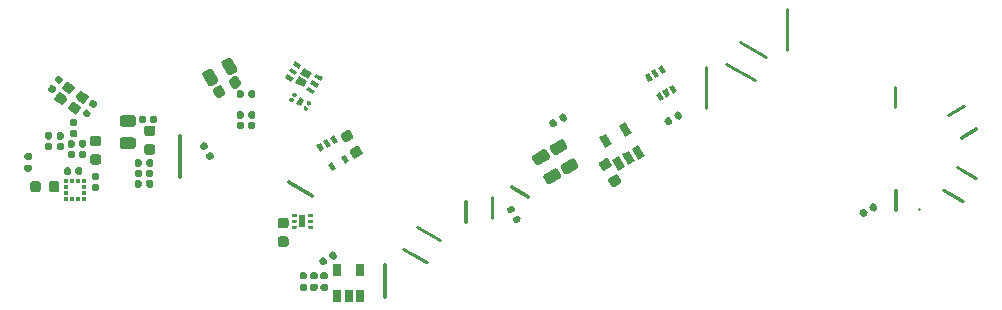
<source format=gbr>
G04 #@! TF.GenerationSoftware,KiCad,Pcbnew,(5.1.10)-1*
G04 #@! TF.CreationDate,2021-06-26T09:27:45-04:00*
G04 #@! TF.ProjectId,Main,4d61696e-2e6b-4696-9361-645f70636258,5*
G04 #@! TF.SameCoordinates,Original*
G04 #@! TF.FileFunction,Paste,Top*
G04 #@! TF.FilePolarity,Positive*
%FSLAX46Y46*%
G04 Gerber Fmt 4.6, Leading zero omitted, Abs format (unit mm)*
G04 Created by KiCad (PCBNEW (5.1.10)-1) date 2021-06-26 09:27:45*
%MOMM*%
%LPD*%
G01*
G04 APERTURE LIST*
%ADD10C,0.100000*%
%ADD11R,0.600000X1.100000*%
%ADD12R,0.375000X0.350000*%
%ADD13R,0.350000X0.375000*%
%ADD14R,0.650000X1.060000*%
%ADD15C,0.254000*%
G04 APERTURE END LIST*
D10*
G36*
X112037722Y-99589908D02*
G01*
X112031671Y-99582198D01*
X112027240Y-99573454D01*
X112024601Y-99564015D01*
X112023852Y-99554243D01*
X112025026Y-99544511D01*
X112028075Y-99535196D01*
X112032883Y-99526654D01*
X112434386Y-98953247D01*
X112440769Y-98945808D01*
X112448479Y-98939757D01*
X112457223Y-98935326D01*
X112466662Y-98932686D01*
X112476434Y-98931938D01*
X112486166Y-98933111D01*
X112495481Y-98936161D01*
X112504023Y-98940969D01*
X113036472Y-99313793D01*
X113043911Y-99320176D01*
X113049962Y-99327886D01*
X113054393Y-99336630D01*
X113057033Y-99346069D01*
X113093869Y-99554978D01*
X113094617Y-99564750D01*
X113093444Y-99574482D01*
X113090395Y-99583797D01*
X113085587Y-99592339D01*
X112770120Y-100042873D01*
X112763737Y-100050312D01*
X112756027Y-100056363D01*
X112747283Y-100060794D01*
X112737844Y-100063434D01*
X112728072Y-100064182D01*
X112718340Y-100063009D01*
X112709025Y-100059959D01*
X112700483Y-100055151D01*
X112045162Y-99596290D01*
X112037722Y-99589908D01*
G37*
G36*
X113938341Y-99577884D02*
G01*
X113932290Y-99570174D01*
X113927859Y-99561430D01*
X113925219Y-99551991D01*
X113888383Y-99343082D01*
X113887635Y-99333310D01*
X113888808Y-99323578D01*
X113891857Y-99314263D01*
X113896665Y-99305721D01*
X114212132Y-98855187D01*
X114218515Y-98847748D01*
X114226225Y-98841697D01*
X114234969Y-98837266D01*
X114244408Y-98834626D01*
X114254180Y-98833878D01*
X114263912Y-98835051D01*
X114273227Y-98838101D01*
X114281769Y-98842909D01*
X114937090Y-99301770D01*
X114944530Y-99308152D01*
X114950581Y-99315862D01*
X114955012Y-99324606D01*
X114957651Y-99334045D01*
X114958400Y-99343817D01*
X114957226Y-99353549D01*
X114954177Y-99362864D01*
X114949369Y-99371406D01*
X114547866Y-99944813D01*
X114541483Y-99952252D01*
X114533773Y-99958303D01*
X114525029Y-99962734D01*
X114515590Y-99965374D01*
X114505818Y-99966122D01*
X114496086Y-99964949D01*
X114486771Y-99961899D01*
X114478229Y-99957091D01*
X113945780Y-99584267D01*
X113938341Y-99577884D01*
G37*
G36*
G01*
X113796821Y-98576591D02*
X113406789Y-99133615D01*
G75*
G02*
X113323225Y-99148349I-49149J34415D01*
G01*
X112684287Y-98700959D01*
G75*
G02*
X112669553Y-98617395I34415J49149D01*
G01*
X113059585Y-98060371D01*
G75*
G02*
X113143149Y-98045637I49149J-34415D01*
G01*
X113782087Y-98493027D01*
G75*
G02*
X113796821Y-98576591I-34415J-49149D01*
G01*
G37*
G36*
G01*
X114312699Y-100280665D02*
X113922667Y-100837689D01*
G75*
G02*
X113839103Y-100852423I-49149J34415D01*
G01*
X113200165Y-100405033D01*
G75*
G02*
X113185431Y-100321469I34415J49149D01*
G01*
X113575463Y-99764445D01*
G75*
G02*
X113659027Y-99749711I49149J-34415D01*
G01*
X114297965Y-100197101D01*
G75*
G02*
X114312699Y-100280665I-34415J-49149D01*
G01*
G37*
G36*
X132883205Y-100119808D02*
G01*
X132536795Y-99919808D01*
X132836795Y-99400192D01*
X133183205Y-99600192D01*
X132883205Y-100119808D01*
G37*
G36*
G01*
X132412035Y-99385898D02*
X132195529Y-99260898D01*
G75*
G02*
X132168077Y-99158446I37500J64952D01*
G01*
X132243077Y-99028542D01*
G75*
G02*
X132345529Y-99001090I64952J-37500D01*
G01*
X132562035Y-99126090D01*
G75*
G02*
X132589487Y-99228542I-37500J-64952D01*
G01*
X132514487Y-99358446D01*
G75*
G02*
X132412035Y-99385898I-64952J37500D01*
G01*
G37*
G36*
G01*
X133624471Y-100085898D02*
X133407965Y-99960898D01*
G75*
G02*
X133380513Y-99858446I37500J64952D01*
G01*
X133455513Y-99728542D01*
G75*
G02*
X133557965Y-99701090I64952J-37500D01*
G01*
X133774471Y-99826090D01*
G75*
G02*
X133801923Y-99928542I-37500J-64952D01*
G01*
X133726923Y-100058446D01*
G75*
G02*
X133624471Y-100085898I-64952J37500D01*
G01*
G37*
G36*
G01*
X133374471Y-100518910D02*
X133157965Y-100393910D01*
G75*
G02*
X133130513Y-100291458I37500J64952D01*
G01*
X133205513Y-100161554D01*
G75*
G02*
X133307965Y-100134102I64952J-37500D01*
G01*
X133524471Y-100259102D01*
G75*
G02*
X133551923Y-100361554I-37500J-64952D01*
G01*
X133476923Y-100491458D01*
G75*
G02*
X133374471Y-100518910I-64952J37500D01*
G01*
G37*
G36*
G01*
X132162035Y-99818910D02*
X131945529Y-99693910D01*
G75*
G02*
X131918077Y-99591458I37500J64952D01*
G01*
X131993077Y-99461554D01*
G75*
G02*
X132095529Y-99434102I64952J-37500D01*
G01*
X132312035Y-99559102D01*
G75*
G02*
X132339487Y-99661554I-37500J-64952D01*
G01*
X132264487Y-99791458D01*
G75*
G02*
X132162035Y-99818910I-64952J37500D01*
G01*
G37*
G36*
X136312212Y-104436266D02*
G01*
X136658622Y-104236266D01*
X136983622Y-104799182D01*
X136637212Y-104999182D01*
X136312212Y-104436266D01*
G37*
G36*
X135186378Y-105086266D02*
G01*
X135532788Y-104886266D01*
X135857788Y-105449182D01*
X135511378Y-105649182D01*
X135186378Y-105086266D01*
G37*
G36*
X134799295Y-103115818D02*
G01*
X135145705Y-102915818D01*
X135470705Y-103478734D01*
X135124295Y-103678734D01*
X134799295Y-103115818D01*
G37*
G36*
X134236378Y-103440818D02*
G01*
X134582788Y-103240818D01*
X134907788Y-103803734D01*
X134561378Y-104003734D01*
X134236378Y-103440818D01*
G37*
G36*
X135362212Y-102790818D02*
G01*
X135708622Y-102590818D01*
X136033622Y-103153734D01*
X135687212Y-103353734D01*
X135362212Y-102790818D01*
G37*
D11*
X133050000Y-109890000D03*
G36*
G01*
X132550000Y-110302500D02*
X132550000Y-110477500D01*
G75*
G02*
X132512500Y-110515000I-37500J0D01*
G01*
X132187500Y-110515000D01*
G75*
G02*
X132150000Y-110477500I0J37500D01*
G01*
X132150000Y-110302500D01*
G75*
G02*
X132187500Y-110265000I37500J0D01*
G01*
X132512500Y-110265000D01*
G75*
G02*
X132550000Y-110302500I0J-37500D01*
G01*
G37*
G36*
G01*
X132550000Y-109802500D02*
X132550000Y-109977500D01*
G75*
G02*
X132512500Y-110015000I-37500J0D01*
G01*
X132187500Y-110015000D01*
G75*
G02*
X132150000Y-109977500I0J37500D01*
G01*
X132150000Y-109802500D01*
G75*
G02*
X132187500Y-109765000I37500J0D01*
G01*
X132512500Y-109765000D01*
G75*
G02*
X132550000Y-109802500I0J-37500D01*
G01*
G37*
G36*
G01*
X132550000Y-109302500D02*
X132550000Y-109477500D01*
G75*
G02*
X132512500Y-109515000I-37500J0D01*
G01*
X132187500Y-109515000D01*
G75*
G02*
X132150000Y-109477500I0J37500D01*
G01*
X132150000Y-109302500D01*
G75*
G02*
X132187500Y-109265000I37500J0D01*
G01*
X132512500Y-109265000D01*
G75*
G02*
X132550000Y-109302500I0J-37500D01*
G01*
G37*
G36*
G01*
X133950000Y-109302500D02*
X133950000Y-109477500D01*
G75*
G02*
X133912500Y-109515000I-37500J0D01*
G01*
X133587500Y-109515000D01*
G75*
G02*
X133550000Y-109477500I0J37500D01*
G01*
X133550000Y-109302500D01*
G75*
G02*
X133587500Y-109265000I37500J0D01*
G01*
X133912500Y-109265000D01*
G75*
G02*
X133950000Y-109302500I0J-37500D01*
G01*
G37*
G36*
G01*
X133950000Y-109802500D02*
X133950000Y-109977500D01*
G75*
G02*
X133912500Y-110015000I-37500J0D01*
G01*
X133587500Y-110015000D01*
G75*
G02*
X133550000Y-109977500I0J37500D01*
G01*
X133550000Y-109802500D01*
G75*
G02*
X133587500Y-109765000I37500J0D01*
G01*
X133912500Y-109765000D01*
G75*
G02*
X133950000Y-109802500I0J-37500D01*
G01*
G37*
G36*
G01*
X133950000Y-110302500D02*
X133950000Y-110477500D01*
G75*
G02*
X133912500Y-110515000I-37500J0D01*
G01*
X133587500Y-110515000D01*
G75*
G02*
X133550000Y-110477500I0J37500D01*
G01*
X133550000Y-110302500D01*
G75*
G02*
X133587500Y-110265000I37500J0D01*
G01*
X133912500Y-110265000D01*
G75*
G02*
X133950000Y-110302500I0J-37500D01*
G01*
G37*
D10*
G36*
X159263734Y-103378865D02*
G01*
X158700818Y-103703865D01*
X158170818Y-102785879D01*
X158733734Y-102460879D01*
X159263734Y-103378865D01*
G37*
G36*
X160909182Y-102428865D02*
G01*
X160346266Y-102753865D01*
X159816266Y-101835879D01*
X160379182Y-101510879D01*
X160909182Y-102428865D01*
G37*
G36*
X162009182Y-104334121D02*
G01*
X161446266Y-104659121D01*
X160916266Y-103741135D01*
X161479182Y-103416135D01*
X162009182Y-104334121D01*
G37*
G36*
X161186458Y-104809121D02*
G01*
X160623542Y-105134121D01*
X160093542Y-104216135D01*
X160656458Y-103891135D01*
X161186458Y-104809121D01*
G37*
G36*
X160363734Y-105284121D02*
G01*
X159800818Y-105609121D01*
X159270818Y-104691135D01*
X159833734Y-104366135D01*
X160363734Y-105284121D01*
G37*
G36*
G01*
X119830000Y-105122500D02*
X119830000Y-104777500D01*
G75*
G02*
X119977500Y-104630000I147500J0D01*
G01*
X120272500Y-104630000D01*
G75*
G02*
X120420000Y-104777500I0J-147500D01*
G01*
X120420000Y-105122500D01*
G75*
G02*
X120272500Y-105270000I-147500J0D01*
G01*
X119977500Y-105270000D01*
G75*
G02*
X119830000Y-105122500I0J147500D01*
G01*
G37*
G36*
G01*
X118860000Y-105122500D02*
X118860000Y-104777500D01*
G75*
G02*
X119007500Y-104630000I147500J0D01*
G01*
X119302500Y-104630000D01*
G75*
G02*
X119450000Y-104777500I0J-147500D01*
G01*
X119450000Y-105122500D01*
G75*
G02*
X119302500Y-105270000I-147500J0D01*
G01*
X119007500Y-105270000D01*
G75*
G02*
X118860000Y-105122500I0J147500D01*
G01*
G37*
G36*
G01*
X120410000Y-106537500D02*
X120410000Y-106882500D01*
G75*
G02*
X120262500Y-107030000I-147500J0D01*
G01*
X119967500Y-107030000D01*
G75*
G02*
X119820000Y-106882500I0J147500D01*
G01*
X119820000Y-106537500D01*
G75*
G02*
X119967500Y-106390000I147500J0D01*
G01*
X120262500Y-106390000D01*
G75*
G02*
X120410000Y-106537500I0J-147500D01*
G01*
G37*
G36*
G01*
X119440000Y-106537500D02*
X119440000Y-106882500D01*
G75*
G02*
X119292500Y-107030000I-147500J0D01*
G01*
X118997500Y-107030000D01*
G75*
G02*
X118850000Y-106882500I0J147500D01*
G01*
X118850000Y-106537500D01*
G75*
G02*
X118997500Y-106390000I147500J0D01*
G01*
X119292500Y-106390000D01*
G75*
G02*
X119440000Y-106537500I0J-147500D01*
G01*
G37*
G36*
G01*
X119830000Y-106002500D02*
X119830000Y-105657500D01*
G75*
G02*
X119977500Y-105510000I147500J0D01*
G01*
X120272500Y-105510000D01*
G75*
G02*
X120420000Y-105657500I0J-147500D01*
G01*
X120420000Y-106002500D01*
G75*
G02*
X120272500Y-106150000I-147500J0D01*
G01*
X119977500Y-106150000D01*
G75*
G02*
X119830000Y-106002500I0J147500D01*
G01*
G37*
G36*
G01*
X118860000Y-106002500D02*
X118860000Y-105657500D01*
G75*
G02*
X119007500Y-105510000I147500J0D01*
G01*
X119302500Y-105510000D01*
G75*
G02*
X119450000Y-105657500I0J-147500D01*
G01*
X119450000Y-106002500D01*
G75*
G02*
X119302500Y-106150000I-147500J0D01*
G01*
X119007500Y-106150000D01*
G75*
G02*
X118860000Y-106002500I0J147500D01*
G01*
G37*
G36*
G01*
X150412776Y-108736820D02*
X150707224Y-108566820D01*
G75*
G02*
X150898468Y-108618064I70000J-121244D01*
G01*
X151038468Y-108860552D01*
G75*
G02*
X150987224Y-109051796I-121244J-70000D01*
G01*
X150692776Y-109221796D01*
G75*
G02*
X150501532Y-109170552I-70000J121244D01*
G01*
X150361532Y-108928064D01*
G75*
G02*
X150412776Y-108736820I121244J70000D01*
G01*
G37*
G36*
G01*
X150892776Y-109568204D02*
X151187224Y-109398204D01*
G75*
G02*
X151378468Y-109449448I70000J-121244D01*
G01*
X151518468Y-109691936D01*
G75*
G02*
X151467224Y-109883180I-121244J-70000D01*
G01*
X151172776Y-110053180D01*
G75*
G02*
X150981532Y-110001936I-70000J121244D01*
G01*
X150841532Y-109759448D01*
G75*
G02*
X150892776Y-109568204I121244J70000D01*
G01*
G37*
G36*
G01*
X155289250Y-100800611D02*
X155461750Y-101099389D01*
G75*
G02*
X155407761Y-101300878I-127739J-73750D01*
G01*
X155152283Y-101448378D01*
G75*
G02*
X154950794Y-101394389I-73750J127739D01*
G01*
X154778294Y-101095611D01*
G75*
G02*
X154832283Y-100894122I127739J73750D01*
G01*
X155087761Y-100746622D01*
G75*
G02*
X155289250Y-100800611I73750J-127739D01*
G01*
G37*
G36*
G01*
X154449206Y-101285611D02*
X154621706Y-101584389D01*
G75*
G02*
X154567717Y-101785878I-127739J-73750D01*
G01*
X154312239Y-101933378D01*
G75*
G02*
X154110750Y-101879389I-73750J127739D01*
G01*
X153938250Y-101580611D01*
G75*
G02*
X153992239Y-101379122I127739J73750D01*
G01*
X154247717Y-101231622D01*
G75*
G02*
X154449206Y-101285611I73750J-127739D01*
G01*
G37*
G36*
G01*
X155021126Y-105045937D02*
X155811374Y-104589687D01*
G75*
G02*
X156144343Y-104678906I121875J-211094D01*
G01*
X156388093Y-105101094D01*
G75*
G02*
X156298874Y-105434063I-211094J-121875D01*
G01*
X155508626Y-105890313D01*
G75*
G02*
X155175657Y-105801094I-121875J211094D01*
G01*
X154931907Y-105378906D01*
G75*
G02*
X155021126Y-105045937I211094J121875D01*
G01*
G37*
G36*
G01*
X154083626Y-103422139D02*
X154873874Y-102965889D01*
G75*
G02*
X155206843Y-103055108I121875J-211094D01*
G01*
X155450593Y-103477296D01*
G75*
G02*
X155361374Y-103810265I-211094J-121875D01*
G01*
X154571126Y-104266515D01*
G75*
G02*
X154238157Y-104177296I-121875J211094D01*
G01*
X153994407Y-103755108D01*
G75*
G02*
X154083626Y-103422139I211094J121875D01*
G01*
G37*
G36*
G01*
X133837595Y-114210027D02*
X134182595Y-114210027D01*
G75*
G02*
X134330095Y-114357527I0J-147500D01*
G01*
X134330095Y-114652527D01*
G75*
G02*
X134182595Y-114800027I-147500J0D01*
G01*
X133837595Y-114800027D01*
G75*
G02*
X133690095Y-114652527I0J147500D01*
G01*
X133690095Y-114357527D01*
G75*
G02*
X133837595Y-114210027I147500J0D01*
G01*
G37*
G36*
G01*
X133837595Y-115180027D02*
X134182595Y-115180027D01*
G75*
G02*
X134330095Y-115327527I0J-147500D01*
G01*
X134330095Y-115622527D01*
G75*
G02*
X134182595Y-115770027I-147500J0D01*
G01*
X133837595Y-115770027D01*
G75*
G02*
X133690095Y-115622527I0J147500D01*
G01*
X133690095Y-115327527D01*
G75*
G02*
X133837595Y-115180027I147500J0D01*
G01*
G37*
G36*
G01*
X134717500Y-115180000D02*
X135062500Y-115180000D01*
G75*
G02*
X135210000Y-115327500I0J-147500D01*
G01*
X135210000Y-115622500D01*
G75*
G02*
X135062500Y-115770000I-147500J0D01*
G01*
X134717500Y-115770000D01*
G75*
G02*
X134570000Y-115622500I0J147500D01*
G01*
X134570000Y-115327500D01*
G75*
G02*
X134717500Y-115180000I147500J0D01*
G01*
G37*
G36*
G01*
X134717500Y-114210000D02*
X135062500Y-114210000D01*
G75*
G02*
X135210000Y-114357500I0J-147500D01*
G01*
X135210000Y-114652500D01*
G75*
G02*
X135062500Y-114800000I-147500J0D01*
G01*
X134717500Y-114800000D01*
G75*
G02*
X134570000Y-114652500I0J147500D01*
G01*
X134570000Y-114357500D01*
G75*
G02*
X134717500Y-114210000I147500J0D01*
G01*
G37*
G36*
G01*
X119863750Y-103370000D02*
X120376250Y-103370000D01*
G75*
G02*
X120595000Y-103588750I0J-218750D01*
G01*
X120595000Y-104026250D01*
G75*
G02*
X120376250Y-104245000I-218750J0D01*
G01*
X119863750Y-104245000D01*
G75*
G02*
X119645000Y-104026250I0J218750D01*
G01*
X119645000Y-103588750D01*
G75*
G02*
X119863750Y-103370000I218750J0D01*
G01*
G37*
G36*
G01*
X119863750Y-101795000D02*
X120376250Y-101795000D01*
G75*
G02*
X120595000Y-102013750I0J-218750D01*
G01*
X120595000Y-102451250D01*
G75*
G02*
X120376250Y-102670000I-218750J0D01*
G01*
X119863750Y-102670000D01*
G75*
G02*
X119645000Y-102451250I0J218750D01*
G01*
X119645000Y-102013750D01*
G75*
G02*
X119863750Y-101795000I218750J0D01*
G01*
G37*
G36*
G01*
X118716250Y-103755000D02*
X117803750Y-103755000D01*
G75*
G02*
X117560000Y-103511250I0J243750D01*
G01*
X117560000Y-103023750D01*
G75*
G02*
X117803750Y-102780000I243750J0D01*
G01*
X118716250Y-102780000D01*
G75*
G02*
X118960000Y-103023750I0J-243750D01*
G01*
X118960000Y-103511250D01*
G75*
G02*
X118716250Y-103755000I-243750J0D01*
G01*
G37*
G36*
G01*
X118716250Y-101880000D02*
X117803750Y-101880000D01*
G75*
G02*
X117560000Y-101636250I0J243750D01*
G01*
X117560000Y-101148750D01*
G75*
G02*
X117803750Y-100905000I243750J0D01*
G01*
X118716250Y-100905000D01*
G75*
G02*
X118960000Y-101148750I0J-243750D01*
G01*
X118960000Y-101636250D01*
G75*
G02*
X118716250Y-101880000I-243750J0D01*
G01*
G37*
G36*
G01*
X120160000Y-101432500D02*
X120160000Y-101087500D01*
G75*
G02*
X120307500Y-100940000I147500J0D01*
G01*
X120602500Y-100940000D01*
G75*
G02*
X120750000Y-101087500I0J-147500D01*
G01*
X120750000Y-101432500D01*
G75*
G02*
X120602500Y-101580000I-147500J0D01*
G01*
X120307500Y-101580000D01*
G75*
G02*
X120160000Y-101432500I0J147500D01*
G01*
G37*
G36*
G01*
X119190000Y-101432500D02*
X119190000Y-101087500D01*
G75*
G02*
X119337500Y-100940000I147500J0D01*
G01*
X119632500Y-100940000D01*
G75*
G02*
X119780000Y-101087500I0J-147500D01*
G01*
X119780000Y-101432500D01*
G75*
G02*
X119632500Y-101580000I-147500J0D01*
G01*
X119337500Y-101580000D01*
G75*
G02*
X119190000Y-101432500I0J147500D01*
G01*
G37*
G36*
G01*
X124925611Y-104200794D02*
X125224389Y-104028294D01*
G75*
G02*
X125425878Y-104082283I73750J-127739D01*
G01*
X125573378Y-104337761D01*
G75*
G02*
X125519389Y-104539250I-127739J-73750D01*
G01*
X125220611Y-104711750D01*
G75*
G02*
X125019122Y-104657761I-73750J127739D01*
G01*
X124871622Y-104402283D01*
G75*
G02*
X124925611Y-104200794I127739J73750D01*
G01*
G37*
G36*
G01*
X124440611Y-103360750D02*
X124739389Y-103188250D01*
G75*
G02*
X124940878Y-103242239I73750J-127739D01*
G01*
X125088378Y-103497717D01*
G75*
G02*
X125034389Y-103699206I-127739J-73750D01*
G01*
X124735611Y-103871706D01*
G75*
G02*
X124534122Y-103817717I-73750J127739D01*
G01*
X124386622Y-103562239D01*
G75*
G02*
X124440611Y-103360750I127739J73750D01*
G01*
G37*
G36*
G01*
X115302098Y-100290592D02*
X115019491Y-100092708D01*
G75*
G02*
X114983269Y-99887280I84603J120825D01*
G01*
X115152474Y-99645630D01*
G75*
G02*
X115357902Y-99609408I120825J-84603D01*
G01*
X115640509Y-99807292D01*
G75*
G02*
X115676731Y-100012720I-84603J-120825D01*
G01*
X115507526Y-100254370D01*
G75*
G02*
X115302098Y-100290592I-120825J84603D01*
G01*
G37*
G36*
G01*
X114745728Y-101085170D02*
X114463121Y-100887286D01*
G75*
G02*
X114426899Y-100681858I84603J120825D01*
G01*
X114596104Y-100440208D01*
G75*
G02*
X114801532Y-100403986I120825J-84603D01*
G01*
X115084139Y-100601870D01*
G75*
G02*
X115120361Y-100807298I-84603J-120825D01*
G01*
X114951156Y-101048948D01*
G75*
G02*
X114745728Y-101085170I-120825J84603D01*
G01*
G37*
G36*
G01*
X111879717Y-98356697D02*
X112162324Y-98554581D01*
G75*
G02*
X112198546Y-98760009I-84603J-120825D01*
G01*
X112029341Y-99001659D01*
G75*
G02*
X111823913Y-99037881I-120825J84603D01*
G01*
X111541306Y-98839997D01*
G75*
G02*
X111505084Y-98634569I84603J120825D01*
G01*
X111674289Y-98392919D01*
G75*
G02*
X111879717Y-98356697I120825J-84603D01*
G01*
G37*
G36*
G01*
X112436087Y-97562119D02*
X112718694Y-97760003D01*
G75*
G02*
X112754916Y-97965431I-84603J-120825D01*
G01*
X112585711Y-98207081D01*
G75*
G02*
X112380283Y-98243303I-120825J84603D01*
G01*
X112097676Y-98045419D01*
G75*
G02*
X112061454Y-97839991I84603J120825D01*
G01*
X112230659Y-97598341D01*
G75*
G02*
X112436087Y-97562119I120825J-84603D01*
G01*
G37*
G36*
G01*
X109657500Y-105090000D02*
X110002500Y-105090000D01*
G75*
G02*
X110150000Y-105237500I0J-147500D01*
G01*
X110150000Y-105532500D01*
G75*
G02*
X110002500Y-105680000I-147500J0D01*
G01*
X109657500Y-105680000D01*
G75*
G02*
X109510000Y-105532500I0J147500D01*
G01*
X109510000Y-105237500D01*
G75*
G02*
X109657500Y-105090000I147500J0D01*
G01*
G37*
G36*
G01*
X109657500Y-104120000D02*
X110002500Y-104120000D01*
G75*
G02*
X110150000Y-104267500I0J-147500D01*
G01*
X110150000Y-104562500D01*
G75*
G02*
X110002500Y-104710000I-147500J0D01*
G01*
X109657500Y-104710000D01*
G75*
G02*
X109510000Y-104562500I0J147500D01*
G01*
X109510000Y-104267500D01*
G75*
G02*
X109657500Y-104120000I147500J0D01*
G01*
G37*
G36*
G01*
X113440000Y-105467500D02*
X113440000Y-105812500D01*
G75*
G02*
X113292500Y-105960000I-147500J0D01*
G01*
X112997500Y-105960000D01*
G75*
G02*
X112850000Y-105812500I0J147500D01*
G01*
X112850000Y-105467500D01*
G75*
G02*
X112997500Y-105320000I147500J0D01*
G01*
X113292500Y-105320000D01*
G75*
G02*
X113440000Y-105467500I0J-147500D01*
G01*
G37*
G36*
G01*
X114410000Y-105467500D02*
X114410000Y-105812500D01*
G75*
G02*
X114262500Y-105960000I-147500J0D01*
G01*
X113967500Y-105960000D01*
G75*
G02*
X113820000Y-105812500I0J147500D01*
G01*
X113820000Y-105467500D01*
G75*
G02*
X113967500Y-105320000I147500J0D01*
G01*
X114262500Y-105320000D01*
G75*
G02*
X114410000Y-105467500I0J-147500D01*
G01*
G37*
G36*
G01*
X115702500Y-106360000D02*
X115357500Y-106360000D01*
G75*
G02*
X115210000Y-106212500I0J147500D01*
G01*
X115210000Y-105917500D01*
G75*
G02*
X115357500Y-105770000I147500J0D01*
G01*
X115702500Y-105770000D01*
G75*
G02*
X115850000Y-105917500I0J-147500D01*
G01*
X115850000Y-106212500D01*
G75*
G02*
X115702500Y-106360000I-147500J0D01*
G01*
G37*
G36*
G01*
X115702500Y-107330000D02*
X115357500Y-107330000D01*
G75*
G02*
X115210000Y-107182500I0J147500D01*
G01*
X115210000Y-106887500D01*
G75*
G02*
X115357500Y-106740000I147500J0D01*
G01*
X115702500Y-106740000D01*
G75*
G02*
X115850000Y-106887500I0J-147500D01*
G01*
X115850000Y-107182500D01*
G75*
G02*
X115702500Y-107330000I-147500J0D01*
G01*
G37*
G36*
G01*
X128460000Y-101962500D02*
X128460000Y-101617500D01*
G75*
G02*
X128607500Y-101470000I147500J0D01*
G01*
X128902500Y-101470000D01*
G75*
G02*
X129050000Y-101617500I0J-147500D01*
G01*
X129050000Y-101962500D01*
G75*
G02*
X128902500Y-102110000I-147500J0D01*
G01*
X128607500Y-102110000D01*
G75*
G02*
X128460000Y-101962500I0J147500D01*
G01*
G37*
G36*
G01*
X127490000Y-101962500D02*
X127490000Y-101617500D01*
G75*
G02*
X127637500Y-101470000I147500J0D01*
G01*
X127932500Y-101470000D01*
G75*
G02*
X128080000Y-101617500I0J-147500D01*
G01*
X128080000Y-101962500D01*
G75*
G02*
X127932500Y-102110000I-147500J0D01*
G01*
X127637500Y-102110000D01*
G75*
G02*
X127490000Y-101962500I0J147500D01*
G01*
G37*
G36*
G01*
X164199206Y-101115611D02*
X164371706Y-101414389D01*
G75*
G02*
X164317717Y-101615878I-127739J-73750D01*
G01*
X164062239Y-101763378D01*
G75*
G02*
X163860750Y-101709389I-73750J127739D01*
G01*
X163688250Y-101410611D01*
G75*
G02*
X163742239Y-101209122I127739J73750D01*
G01*
X163997717Y-101061622D01*
G75*
G02*
X164199206Y-101115611I73750J-127739D01*
G01*
G37*
G36*
G01*
X165039250Y-100630611D02*
X165211750Y-100929389D01*
G75*
G02*
X165157761Y-101130878I-127739J-73750D01*
G01*
X164902283Y-101278378D01*
G75*
G02*
X164700794Y-101224389I-73750J127739D01*
G01*
X164528294Y-100925611D01*
G75*
G02*
X164582283Y-100724122I127739J73750D01*
G01*
X164837761Y-100576622D01*
G75*
G02*
X165039250Y-100630611I73750J-127739D01*
G01*
G37*
G36*
G01*
X114140000Y-104412500D02*
X114140000Y-104067500D01*
G75*
G02*
X114287500Y-103920000I147500J0D01*
G01*
X114582500Y-103920000D01*
G75*
G02*
X114730000Y-104067500I0J-147500D01*
G01*
X114730000Y-104412500D01*
G75*
G02*
X114582500Y-104560000I-147500J0D01*
G01*
X114287500Y-104560000D01*
G75*
G02*
X114140000Y-104412500I0J147500D01*
G01*
G37*
G36*
G01*
X113170000Y-104412500D02*
X113170000Y-104067500D01*
G75*
G02*
X113317500Y-103920000I147500J0D01*
G01*
X113612500Y-103920000D01*
G75*
G02*
X113760000Y-104067500I0J-147500D01*
G01*
X113760000Y-104412500D01*
G75*
G02*
X113612500Y-104560000I-147500J0D01*
G01*
X113317500Y-104560000D01*
G75*
G02*
X113170000Y-104412500I0J147500D01*
G01*
G37*
G36*
G01*
X181220794Y-109004389D02*
X181048294Y-108705611D01*
G75*
G02*
X181102283Y-108504122I127739J73750D01*
G01*
X181357761Y-108356622D01*
G75*
G02*
X181559250Y-108410611I73750J-127739D01*
G01*
X181731750Y-108709389D01*
G75*
G02*
X181677761Y-108910878I-127739J-73750D01*
G01*
X181422283Y-109058378D01*
G75*
G02*
X181220794Y-109004389I-73750J127739D01*
G01*
G37*
G36*
G01*
X180380750Y-109489389D02*
X180208250Y-109190611D01*
G75*
G02*
X180262239Y-108989122I127739J73750D01*
G01*
X180517717Y-108841622D01*
G75*
G02*
X180719206Y-108895611I73750J-127739D01*
G01*
X180891706Y-109194389D01*
G75*
G02*
X180837717Y-109395878I-127739J-73750D01*
G01*
X180582239Y-109543378D01*
G75*
G02*
X180380750Y-109489389I-73750J127739D01*
G01*
G37*
D12*
X113007500Y-107500000D03*
X113007500Y-107000000D03*
X114532500Y-107000000D03*
X114532500Y-107500000D03*
D13*
X113020000Y-106487500D03*
X113020000Y-108012500D03*
X114520000Y-106487500D03*
X114520000Y-108012500D03*
X114020000Y-106487500D03*
X113520000Y-106487500D03*
X114020000Y-108012500D03*
X113520000Y-108012500D03*
D10*
G36*
X162687788Y-97883734D02*
G01*
X162341378Y-98083734D01*
X162016378Y-97520818D01*
X162362788Y-97320818D01*
X162687788Y-97883734D01*
G37*
G36*
X163813622Y-97233734D02*
G01*
X163467212Y-97433734D01*
X163142212Y-96870818D01*
X163488622Y-96670818D01*
X163813622Y-97233734D01*
G37*
G36*
X164200705Y-99204182D02*
G01*
X163854295Y-99404182D01*
X163529295Y-98841266D01*
X163875705Y-98641266D01*
X164200705Y-99204182D01*
G37*
G36*
X163250705Y-97558734D02*
G01*
X162904295Y-97758734D01*
X162579295Y-97195818D01*
X162925705Y-96995818D01*
X163250705Y-97558734D01*
G37*
G36*
X164763622Y-98879182D02*
G01*
X164417212Y-99079182D01*
X164092212Y-98516266D01*
X164438622Y-98316266D01*
X164763622Y-98879182D01*
G37*
G36*
X163637788Y-99529182D02*
G01*
X163291378Y-99729182D01*
X162966378Y-99166266D01*
X163312788Y-98966266D01*
X163637788Y-99529182D01*
G37*
D14*
X136010000Y-114040000D03*
X137910000Y-114040000D03*
X137910000Y-116240000D03*
X136960000Y-116240000D03*
X136010000Y-116240000D03*
D10*
G36*
X133872570Y-97315792D02*
G01*
X133557570Y-97861388D01*
X132847430Y-97451388D01*
X133162430Y-96905792D01*
X133872570Y-97315792D01*
G37*
G36*
X133472570Y-98008612D02*
G01*
X133157570Y-98554208D01*
X132447430Y-98144208D01*
X132762430Y-97598612D01*
X133472570Y-98008612D01*
G37*
G36*
X132294631Y-97778863D02*
G01*
X132119631Y-98081971D01*
X131556715Y-97756971D01*
X131731715Y-97453863D01*
X132294631Y-97778863D01*
G37*
G36*
X132619631Y-97215946D02*
G01*
X132444631Y-97519054D01*
X131881715Y-97194054D01*
X132056715Y-96890946D01*
X132619631Y-97215946D01*
G37*
G36*
X132944631Y-96653029D02*
G01*
X132769631Y-96956137D01*
X132206715Y-96631137D01*
X132381715Y-96328029D01*
X132944631Y-96653029D01*
G37*
G36*
X134763285Y-97703029D02*
G01*
X134588285Y-98006137D01*
X134025369Y-97681137D01*
X134200369Y-97378029D01*
X134763285Y-97703029D01*
G37*
G36*
X134438285Y-98265946D02*
G01*
X134263285Y-98569054D01*
X133700369Y-98244054D01*
X133875369Y-97940946D01*
X134438285Y-98265946D01*
G37*
G36*
X134113285Y-98828863D02*
G01*
X133938285Y-99131971D01*
X133375369Y-98806971D01*
X133550369Y-98503863D01*
X134113285Y-98828863D01*
G37*
G36*
G01*
X138044419Y-104302756D02*
X137600581Y-104559006D01*
G75*
G02*
X137301763Y-104478938I-109375J189443D01*
G01*
X137083013Y-104100052D01*
G75*
G02*
X137163081Y-103801234I189443J109375D01*
G01*
X137606919Y-103544984D01*
G75*
G02*
X137905737Y-103625052I109375J-189443D01*
G01*
X138124487Y-104003938D01*
G75*
G02*
X138044419Y-104302756I-189443J-109375D01*
G01*
G37*
G36*
G01*
X137256919Y-102938766D02*
X136813081Y-103195016D01*
G75*
G02*
X136514263Y-103114948I-109375J189443D01*
G01*
X136295513Y-102736062D01*
G75*
G02*
X136375581Y-102437244I189443J109375D01*
G01*
X136819419Y-102180994D01*
G75*
G02*
X137118237Y-102261062I109375J-189443D01*
G01*
X137336987Y-102639948D01*
G75*
G02*
X137256919Y-102938766I-189443J-109375D01*
G01*
G37*
G36*
G01*
X115786250Y-105095000D02*
X115273750Y-105095000D01*
G75*
G02*
X115055000Y-104876250I0J218750D01*
G01*
X115055000Y-104438750D01*
G75*
G02*
X115273750Y-104220000I218750J0D01*
G01*
X115786250Y-104220000D01*
G75*
G02*
X116005000Y-104438750I0J-218750D01*
G01*
X116005000Y-104876250D01*
G75*
G02*
X115786250Y-105095000I-218750J0D01*
G01*
G37*
G36*
G01*
X115786250Y-103520000D02*
X115273750Y-103520000D01*
G75*
G02*
X115055000Y-103301250I0J218750D01*
G01*
X115055000Y-102863750D01*
G75*
G02*
X115273750Y-102645000I218750J0D01*
G01*
X115786250Y-102645000D01*
G75*
G02*
X116005000Y-102863750I0J-218750D01*
G01*
X116005000Y-103301250D01*
G75*
G02*
X115786250Y-103520000I-218750J0D01*
G01*
G37*
G36*
G01*
X111592500Y-107206250D02*
X111592500Y-106693750D01*
G75*
G02*
X111811250Y-106475000I218750J0D01*
G01*
X112248750Y-106475000D01*
G75*
G02*
X112467500Y-106693750I0J-218750D01*
G01*
X112467500Y-107206250D01*
G75*
G02*
X112248750Y-107425000I-218750J0D01*
G01*
X111811250Y-107425000D01*
G75*
G02*
X111592500Y-107206250I0J218750D01*
G01*
G37*
G36*
G01*
X110017500Y-107206250D02*
X110017500Y-106693750D01*
G75*
G02*
X110236250Y-106475000I218750J0D01*
G01*
X110673750Y-106475000D01*
G75*
G02*
X110892500Y-106693750I0J-218750D01*
G01*
X110892500Y-107206250D01*
G75*
G02*
X110673750Y-107425000I-218750J0D01*
G01*
X110236250Y-107425000D01*
G75*
G02*
X110017500Y-107206250I0J218750D01*
G01*
G37*
G36*
G01*
X152613626Y-104262139D02*
X153403874Y-103805889D01*
G75*
G02*
X153736843Y-103895108I121875J-211094D01*
G01*
X153980593Y-104317296D01*
G75*
G02*
X153891374Y-104650265I-211094J-121875D01*
G01*
X153101126Y-105106515D01*
G75*
G02*
X152768157Y-105017296I-121875J211094D01*
G01*
X152524407Y-104595108D01*
G75*
G02*
X152613626Y-104262139I211094J121875D01*
G01*
G37*
G36*
G01*
X153551126Y-105885937D02*
X154341374Y-105429687D01*
G75*
G02*
X154674343Y-105518906I121875J-211094D01*
G01*
X154918093Y-105941094D01*
G75*
G02*
X154828874Y-106274063I-211094J-121875D01*
G01*
X154038626Y-106730313D01*
G75*
G02*
X153705657Y-106641094I-121875J211094D01*
G01*
X153461907Y-106218906D01*
G75*
G02*
X153551126Y-105885937I211094J121875D01*
G01*
G37*
G36*
G01*
X159039331Y-106189239D02*
X159483169Y-105932989D01*
G75*
G02*
X159781987Y-106013057I109375J-189443D01*
G01*
X160000737Y-106391943D01*
G75*
G02*
X159920669Y-106690761I-189443J-109375D01*
G01*
X159476831Y-106947011D01*
G75*
G02*
X159178013Y-106866943I-109375J189443D01*
G01*
X158959263Y-106488057D01*
G75*
G02*
X159039331Y-106189239I189443J109375D01*
G01*
G37*
G36*
G01*
X158251831Y-104825249D02*
X158695669Y-104568999D01*
G75*
G02*
X158994487Y-104649067I109375J-189443D01*
G01*
X159213237Y-105027953D01*
G75*
G02*
X159133169Y-105326771I-189443J-109375D01*
G01*
X158689331Y-105583021D01*
G75*
G02*
X158390513Y-105502953I-109375J189443D01*
G01*
X158171763Y-105124067D01*
G75*
G02*
X158251831Y-104825249I189443J109375D01*
G01*
G37*
G36*
G01*
X125727244Y-99354419D02*
X125470994Y-98910581D01*
G75*
G02*
X125551062Y-98611763I189443J109375D01*
G01*
X125929948Y-98393013D01*
G75*
G02*
X126228766Y-98473081I109375J-189443D01*
G01*
X126485016Y-98916919D01*
G75*
G02*
X126404948Y-99215737I-189443J-109375D01*
G01*
X126026062Y-99434487D01*
G75*
G02*
X125727244Y-99354419I-109375J189443D01*
G01*
G37*
G36*
G01*
X127091234Y-98566919D02*
X126834984Y-98123081D01*
G75*
G02*
X126915052Y-97824263I189443J109375D01*
G01*
X127293938Y-97605513D01*
G75*
G02*
X127592756Y-97685581I109375J-189443D01*
G01*
X127849006Y-98129419D01*
G75*
G02*
X127768938Y-98428237I-189443J-109375D01*
G01*
X127390052Y-98646987D01*
G75*
G02*
X127091234Y-98566919I-109375J189443D01*
G01*
G37*
G36*
G01*
X131666250Y-112045000D02*
X131153750Y-112045000D01*
G75*
G02*
X130935000Y-111826250I0J218750D01*
G01*
X130935000Y-111388750D01*
G75*
G02*
X131153750Y-111170000I218750J0D01*
G01*
X131666250Y-111170000D01*
G75*
G02*
X131885000Y-111388750I0J-218750D01*
G01*
X131885000Y-111826250D01*
G75*
G02*
X131666250Y-112045000I-218750J0D01*
G01*
G37*
G36*
G01*
X131666250Y-110470000D02*
X131153750Y-110470000D01*
G75*
G02*
X130935000Y-110251250I0J218750D01*
G01*
X130935000Y-109813750D01*
G75*
G02*
X131153750Y-109595000I218750J0D01*
G01*
X131666250Y-109595000D01*
G75*
G02*
X131885000Y-109813750I0J-218750D01*
G01*
X131885000Y-110251250D01*
G75*
G02*
X131666250Y-110470000I-218750J0D01*
G01*
G37*
G36*
G01*
X125434063Y-97079876D02*
X125890313Y-97870124D01*
G75*
G02*
X125801094Y-98203093I-211094J-121875D01*
G01*
X125378906Y-98446843D01*
G75*
G02*
X125045937Y-98357624I-121875J211094D01*
G01*
X124589687Y-97567376D01*
G75*
G02*
X124678906Y-97234407I211094J121875D01*
G01*
X125101094Y-96990657D01*
G75*
G02*
X125434063Y-97079876I121875J-211094D01*
G01*
G37*
G36*
G01*
X127057861Y-96142376D02*
X127514111Y-96932624D01*
G75*
G02*
X127424892Y-97265593I-211094J-121875D01*
G01*
X127002704Y-97509343D01*
G75*
G02*
X126669735Y-97420124I-121875J211094D01*
G01*
X126213485Y-96629876D01*
G75*
G02*
X126302704Y-96296907I211094J121875D01*
G01*
X126724892Y-96053157D01*
G75*
G02*
X127057861Y-96142376I121875J-211094D01*
G01*
G37*
G36*
G01*
X128460000Y-99282500D02*
X128460000Y-98937500D01*
G75*
G02*
X128607500Y-98790000I147500J0D01*
G01*
X128902500Y-98790000D01*
G75*
G02*
X129050000Y-98937500I0J-147500D01*
G01*
X129050000Y-99282500D01*
G75*
G02*
X128902500Y-99430000I-147500J0D01*
G01*
X128607500Y-99430000D01*
G75*
G02*
X128460000Y-99282500I0J147500D01*
G01*
G37*
G36*
G01*
X127490000Y-99282500D02*
X127490000Y-98937500D01*
G75*
G02*
X127637500Y-98790000I147500J0D01*
G01*
X127932500Y-98790000D01*
G75*
G02*
X128080000Y-98937500I0J-147500D01*
G01*
X128080000Y-99282500D01*
G75*
G02*
X127932500Y-99430000I-147500J0D01*
G01*
X127637500Y-99430000D01*
G75*
G02*
X127490000Y-99282500I0J147500D01*
G01*
G37*
G36*
G01*
X129050000Y-100727500D02*
X129050000Y-101072500D01*
G75*
G02*
X128902500Y-101220000I-147500J0D01*
G01*
X128607500Y-101220000D01*
G75*
G02*
X128460000Y-101072500I0J147500D01*
G01*
X128460000Y-100727500D01*
G75*
G02*
X128607500Y-100580000I147500J0D01*
G01*
X128902500Y-100580000D01*
G75*
G02*
X129050000Y-100727500I0J-147500D01*
G01*
G37*
G36*
G01*
X128080000Y-100727500D02*
X128080000Y-101072500D01*
G75*
G02*
X127932500Y-101220000I-147500J0D01*
G01*
X127637500Y-101220000D01*
G75*
G02*
X127490000Y-101072500I0J147500D01*
G01*
X127490000Y-100727500D01*
G75*
G02*
X127637500Y-100580000I147500J0D01*
G01*
X127932500Y-100580000D01*
G75*
G02*
X128080000Y-100727500I0J-147500D01*
G01*
G37*
G36*
G01*
X113507500Y-102180000D02*
X113852500Y-102180000D01*
G75*
G02*
X114000000Y-102327500I0J-147500D01*
G01*
X114000000Y-102622500D01*
G75*
G02*
X113852500Y-102770000I-147500J0D01*
G01*
X113507500Y-102770000D01*
G75*
G02*
X113360000Y-102622500I0J147500D01*
G01*
X113360000Y-102327500D01*
G75*
G02*
X113507500Y-102180000I147500J0D01*
G01*
G37*
G36*
G01*
X113507500Y-101210000D02*
X113852500Y-101210000D01*
G75*
G02*
X114000000Y-101357500I0J-147500D01*
G01*
X114000000Y-101652500D01*
G75*
G02*
X113852500Y-101800000I-147500J0D01*
G01*
X113507500Y-101800000D01*
G75*
G02*
X113360000Y-101652500I0J147500D01*
G01*
X113360000Y-101357500D01*
G75*
G02*
X113507500Y-101210000I147500J0D01*
G01*
G37*
G36*
G01*
X113160000Y-103492500D02*
X113160000Y-103147500D01*
G75*
G02*
X113307500Y-103000000I147500J0D01*
G01*
X113602500Y-103000000D01*
G75*
G02*
X113750000Y-103147500I0J-147500D01*
G01*
X113750000Y-103492500D01*
G75*
G02*
X113602500Y-103640000I-147500J0D01*
G01*
X113307500Y-103640000D01*
G75*
G02*
X113160000Y-103492500I0J147500D01*
G01*
G37*
G36*
G01*
X114130000Y-103492500D02*
X114130000Y-103147500D01*
G75*
G02*
X114277500Y-103000000I147500J0D01*
G01*
X114572500Y-103000000D01*
G75*
G02*
X114720000Y-103147500I0J-147500D01*
G01*
X114720000Y-103492500D01*
G75*
G02*
X114572500Y-103640000I-147500J0D01*
G01*
X114277500Y-103640000D01*
G75*
G02*
X114130000Y-103492500I0J147500D01*
G01*
G37*
G36*
G01*
X135819250Y-112490611D02*
X135991750Y-112789389D01*
G75*
G02*
X135937761Y-112990878I-127739J-73750D01*
G01*
X135682283Y-113138378D01*
G75*
G02*
X135480794Y-113084389I-73750J127739D01*
G01*
X135308294Y-112785611D01*
G75*
G02*
X135362283Y-112584122I127739J73750D01*
G01*
X135617761Y-112436622D01*
G75*
G02*
X135819250Y-112490611I73750J-127739D01*
G01*
G37*
G36*
G01*
X134979206Y-112975611D02*
X135151706Y-113274389D01*
G75*
G02*
X135097717Y-113475878I-127739J-73750D01*
G01*
X134842239Y-113623378D01*
G75*
G02*
X134640750Y-113569389I-73750J127739D01*
G01*
X134468250Y-113270611D01*
G75*
G02*
X134522239Y-113069122I127739J73750D01*
G01*
X134777717Y-112921622D01*
G75*
G02*
X134979206Y-112975611I73750J-127739D01*
G01*
G37*
G36*
G01*
X133292595Y-114800026D02*
X132947595Y-114800026D01*
G75*
G02*
X132800095Y-114652526I0J147500D01*
G01*
X132800095Y-114357526D01*
G75*
G02*
X132947595Y-114210026I147500J0D01*
G01*
X133292595Y-114210026D01*
G75*
G02*
X133440095Y-114357526I0J-147500D01*
G01*
X133440095Y-114652526D01*
G75*
G02*
X133292595Y-114800026I-147500J0D01*
G01*
G37*
G36*
G01*
X133292595Y-115770026D02*
X132947595Y-115770026D01*
G75*
G02*
X132800095Y-115622526I0J147500D01*
G01*
X132800095Y-115327526D01*
G75*
G02*
X132947595Y-115180026I147500J0D01*
G01*
X133292595Y-115180026D01*
G75*
G02*
X133440095Y-115327526I0J-147500D01*
G01*
X133440095Y-115622526D01*
G75*
G02*
X133292595Y-115770026I-147500J0D01*
G01*
G37*
G36*
G01*
X112230000Y-103722500D02*
X112230000Y-103377500D01*
G75*
G02*
X112377500Y-103230000I147500J0D01*
G01*
X112672500Y-103230000D01*
G75*
G02*
X112820000Y-103377500I0J-147500D01*
G01*
X112820000Y-103722500D01*
G75*
G02*
X112672500Y-103870000I-147500J0D01*
G01*
X112377500Y-103870000D01*
G75*
G02*
X112230000Y-103722500I0J147500D01*
G01*
G37*
G36*
G01*
X111260000Y-103722500D02*
X111260000Y-103377500D01*
G75*
G02*
X111407500Y-103230000I147500J0D01*
G01*
X111702500Y-103230000D01*
G75*
G02*
X111850000Y-103377500I0J-147500D01*
G01*
X111850000Y-103722500D01*
G75*
G02*
X111702500Y-103870000I-147500J0D01*
G01*
X111407500Y-103870000D01*
G75*
G02*
X111260000Y-103722500I0J147500D01*
G01*
G37*
G36*
G01*
X112820000Y-102477500D02*
X112820000Y-102822500D01*
G75*
G02*
X112672500Y-102970000I-147500J0D01*
G01*
X112377500Y-102970000D01*
G75*
G02*
X112230000Y-102822500I0J147500D01*
G01*
X112230000Y-102477500D01*
G75*
G02*
X112377500Y-102330000I147500J0D01*
G01*
X112672500Y-102330000D01*
G75*
G02*
X112820000Y-102477500I0J-147500D01*
G01*
G37*
G36*
G01*
X111850000Y-102477500D02*
X111850000Y-102822500D01*
G75*
G02*
X111702500Y-102970000I-147500J0D01*
G01*
X111407500Y-102970000D01*
G75*
G02*
X111260000Y-102822500I0J147500D01*
G01*
X111260000Y-102477500D01*
G75*
G02*
X111407500Y-102330000I147500J0D01*
G01*
X111702500Y-102330000D01*
G75*
G02*
X111850000Y-102477500I0J-147500D01*
G01*
G37*
D15*
X183203000Y-100174917D02*
X183177000Y-100174917D01*
X183177000Y-98478917D01*
X183203000Y-98478917D01*
X183203000Y-100174917D01*
D10*
G36*
X183203000Y-100174917D02*
G01*
X183177000Y-100174917D01*
X183177000Y-98478917D01*
X183203000Y-98478917D01*
X183203000Y-100174917D01*
G37*
D15*
X167223000Y-100305158D02*
X167177000Y-100305158D01*
X167177000Y-96827000D01*
X167223000Y-96827000D01*
X167223000Y-100305158D01*
D10*
G36*
X167223000Y-100305158D02*
G01*
X167177000Y-100305158D01*
X167177000Y-96827000D01*
X167223000Y-96827000D01*
X167223000Y-100305158D01*
G37*
D15*
X146883000Y-109943000D02*
X146837000Y-109943000D01*
X146837000Y-108167000D01*
X146883000Y-108167000D01*
X146883000Y-109943000D01*
D10*
G36*
X146883000Y-109943000D02*
G01*
X146837000Y-109943000D01*
X146837000Y-108167000D01*
X146883000Y-108167000D01*
X146883000Y-109943000D01*
G37*
D15*
X190041383Y-106196810D02*
X190018383Y-106236647D01*
X188428617Y-105323190D01*
X188451617Y-105283353D01*
X190041383Y-106196810D01*
D10*
G36*
X190041383Y-106196810D02*
G01*
X190018383Y-106236647D01*
X188428617Y-105323190D01*
X188451617Y-105283353D01*
X190041383Y-106196810D01*
G37*
D15*
X188951194Y-108127137D02*
X188928196Y-108166971D01*
X187308806Y-107242863D01*
X187331805Y-107203028D01*
X188951194Y-108127137D01*
D10*
G36*
X188951194Y-108127137D02*
G01*
X188928196Y-108166971D01*
X187308806Y-107242863D01*
X187331805Y-107203028D01*
X188951194Y-108127137D01*
G37*
D15*
X172311658Y-95956334D02*
X172288658Y-95996170D01*
X170084328Y-94716857D01*
X170107328Y-94677021D01*
X172311658Y-95956334D01*
D10*
G36*
X172311658Y-95956334D02*
G01*
X172288658Y-95996170D01*
X170084328Y-94716857D01*
X170107328Y-94677021D01*
X172311658Y-95956334D01*
G37*
D15*
X171329918Y-97948043D02*
X171323779Y-97958770D01*
X168902374Y-96560771D01*
X168908512Y-96550044D01*
X171329918Y-97948043D01*
D10*
G36*
X171329918Y-97948043D02*
G01*
X171323779Y-97958770D01*
X168902374Y-96560771D01*
X168908512Y-96550044D01*
X171329918Y-97948043D01*
G37*
D15*
X189019735Y-100142031D02*
X187705879Y-100902106D01*
X187682879Y-100862268D01*
X188996734Y-100102193D01*
X189019735Y-100142031D01*
D10*
G36*
X189019735Y-100142031D02*
G01*
X187705879Y-100902106D01*
X187682879Y-100862268D01*
X188996734Y-100102193D01*
X189019735Y-100142031D01*
G37*
D15*
X190116477Y-102060836D02*
X188836195Y-102803400D01*
X188813195Y-102763562D01*
X190093477Y-102020999D01*
X190116477Y-102060836D01*
D10*
G36*
X190116477Y-102060836D02*
G01*
X188836195Y-102803400D01*
X188813195Y-102763562D01*
X190093477Y-102020999D01*
X190116477Y-102060836D01*
G37*
D15*
X152145592Y-107760301D02*
X152122592Y-107800138D01*
X150670582Y-106960876D01*
X150693582Y-106921039D01*
X152145592Y-107760301D01*
D10*
G36*
X152145592Y-107760301D02*
G01*
X152122592Y-107800138D01*
X150670582Y-106960876D01*
X150693582Y-106921039D01*
X152145592Y-107760301D01*
G37*
D15*
X149113000Y-107836606D02*
X149113000Y-109637917D01*
X149097000Y-109637572D01*
X149097000Y-107836261D01*
X149113000Y-107836606D01*
D10*
G36*
X149113000Y-107836606D02*
G01*
X149113000Y-109637917D01*
X149097000Y-109637572D01*
X149097000Y-107836261D01*
X149113000Y-107836606D01*
G37*
D15*
X144676797Y-111461500D02*
X144668361Y-111476180D01*
X142728203Y-110353404D01*
X142736640Y-110338724D01*
X144676797Y-111461500D01*
D10*
G36*
X144676797Y-111461500D02*
G01*
X144668361Y-111476180D01*
X142728203Y-110353404D01*
X142736640Y-110338724D01*
X144676797Y-111461500D01*
G37*
D15*
X143550502Y-113326251D02*
X143542986Y-113339026D01*
X141565811Y-112202037D01*
X141573327Y-112189261D01*
X143550502Y-113326251D01*
D10*
G36*
X143550502Y-113326251D02*
G01*
X143542986Y-113339026D01*
X141565811Y-112202037D01*
X141573327Y-112189261D01*
X143550502Y-113326251D01*
G37*
D15*
X140013000Y-113465600D02*
X140013000Y-116301262D01*
X139977000Y-116299400D01*
X139977000Y-113463738D01*
X140013000Y-113465600D01*
D10*
G36*
X140013000Y-113465600D02*
G01*
X140013000Y-116301262D01*
X139977000Y-116299400D01*
X139977000Y-113463738D01*
X140013000Y-113465600D01*
G37*
D15*
X174093000Y-95386989D02*
X174077000Y-95387221D01*
X174077000Y-91909090D01*
X174093000Y-91908858D01*
X174093000Y-95386989D01*
D10*
G36*
X174093000Y-95386989D02*
G01*
X174077000Y-95387221D01*
X174077000Y-91909090D01*
X174093000Y-91908858D01*
X174093000Y-95386989D01*
G37*
D15*
X183303000Y-108913000D02*
X183257000Y-108913000D01*
X183257000Y-107217000D01*
X183303000Y-107217000D01*
X183303000Y-108913000D01*
D10*
G36*
X183303000Y-108913000D02*
G01*
X183257000Y-108913000D01*
X183257000Y-107217000D01*
X183303000Y-107217000D01*
X183303000Y-108913000D01*
G37*
D15*
X185253000Y-108863000D02*
X185207000Y-108863000D01*
X185207000Y-108837000D01*
X185253000Y-108837000D01*
X185253000Y-108863000D01*
D10*
G36*
X185253000Y-108863000D02*
G01*
X185207000Y-108863000D01*
X185207000Y-108837000D01*
X185253000Y-108837000D01*
X185253000Y-108863000D01*
G37*
D15*
X133868673Y-107675083D02*
X133845674Y-107714919D01*
X131795250Y-106522602D01*
X131818249Y-106482765D01*
X133868673Y-107675083D01*
D10*
G36*
X133868673Y-107675083D02*
G01*
X133845674Y-107714919D01*
X131795250Y-106522602D01*
X131818249Y-106482765D01*
X133868673Y-107675083D01*
G37*
D15*
X122643000Y-106095158D02*
X122597000Y-106095158D01*
X122597000Y-102617000D01*
X122643000Y-102617000D01*
X122643000Y-106095158D01*
D10*
G36*
X122643000Y-106095158D02*
G01*
X122597000Y-106095158D01*
X122597000Y-102617000D01*
X122643000Y-102617000D01*
X122643000Y-106095158D01*
G37*
M02*

</source>
